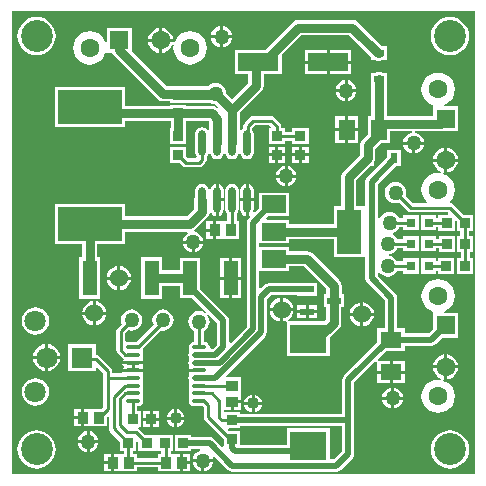
<source format=gtl>
G04*
G04 #@! TF.GenerationSoftware,Altium Limited,Altium Designer,19.1.8 (144)*
G04*
G04 Layer_Physical_Order=1*
G04 Layer_Color=255*
%FSLAX25Y25*%
%MOIN*%
G70*
G01*
G75*
%ADD11C,0.01000*%
%ADD14R,0.21260X0.11417*%
%ADD15R,0.03347X0.03347*%
%ADD16R,0.11575X0.14094*%
%ADD17O,0.04921X0.01378*%
%ADD18O,0.02362X0.08661*%
%ADD19R,0.03543X0.03937*%
%ADD20R,0.04921X0.11417*%
%ADD21R,0.04921X0.11811*%
%ADD22R,0.03347X0.03347*%
%ADD23R,0.03937X0.03543*%
%ADD24R,0.12205X0.09646*%
%ADD25R,0.04528X0.02362*%
%ADD26R,0.07087X0.05512*%
%ADD27R,0.07874X0.14961*%
%ADD28R,0.07874X0.05906*%
%ADD29R,0.02480X0.03268*%
%ADD30R,0.05512X0.07087*%
%ADD31R,0.03268X0.02480*%
%ADD32R,0.13583X0.06102*%
%ADD33R,0.03150X0.03150*%
%ADD61C,0.02000*%
%ADD62C,0.03000*%
%ADD63C,0.06299*%
%ADD64R,0.06299X0.06299*%
%ADD65R,0.06299X0.06299*%
%ADD66C,0.07087*%
%ADD67R,0.07087X0.07087*%
%ADD68C,0.10630*%
%ADD69C,0.04000*%
%ADD70C,0.06000*%
%ADD71C,0.05000*%
%ADD72C,0.02362*%
G36*
X155951Y-155951D02*
X1529D01*
Y-1529D01*
X155951D01*
Y-155951D01*
D02*
G37*
%LPC*%
G36*
X72000Y-6536D02*
Y-9500D01*
X74964D01*
X74910Y-9086D01*
X74557Y-8235D01*
X73996Y-7504D01*
X73265Y-6943D01*
X72414Y-6590D01*
X72000Y-6536D01*
D02*
G37*
G36*
X71000D02*
X70586Y-6590D01*
X69735Y-6943D01*
X69004Y-7504D01*
X68443Y-8235D01*
X68090Y-9086D01*
X68036Y-9500D01*
X71000D01*
Y-6536D01*
D02*
G37*
G36*
X51681Y-7180D02*
Y-10799D01*
X55301D01*
X55224Y-10216D01*
X54806Y-9206D01*
X54141Y-8340D01*
X53274Y-7675D01*
X52264Y-7256D01*
X51681Y-7180D01*
D02*
G37*
G36*
X50681D02*
X50098Y-7256D01*
X49088Y-7675D01*
X48222Y-8340D01*
X47556Y-9206D01*
X47138Y-10216D01*
X47061Y-10799D01*
X50681D01*
Y-7180D01*
D02*
G37*
G36*
X61024Y-8204D02*
X59581Y-8394D01*
X58236Y-8951D01*
X57081Y-9837D01*
X56195Y-10992D01*
X55779Y-11997D01*
X55292Y-11867D01*
X55301Y-11799D01*
X51681D01*
Y-15419D01*
X52264Y-15342D01*
X53274Y-14924D01*
X54141Y-14259D01*
X54806Y-13392D01*
X55083Y-12722D01*
X55570Y-12853D01*
X55448Y-13780D01*
X55638Y-15223D01*
X56195Y-16567D01*
X57081Y-17722D01*
X58236Y-18608D01*
X59581Y-19165D01*
X61024Y-19355D01*
X62467Y-19165D01*
X63811Y-18608D01*
X64966Y-17722D01*
X65852Y-16567D01*
X66409Y-15223D01*
X66599Y-13780D01*
X66409Y-12336D01*
X65852Y-10992D01*
X64966Y-9837D01*
X63811Y-8951D01*
X62467Y-8394D01*
X61024Y-8204D01*
D02*
G37*
G36*
X74964Y-10500D02*
X72000D01*
Y-13464D01*
X72414Y-13410D01*
X73265Y-13057D01*
X73996Y-12496D01*
X74557Y-11765D01*
X74910Y-10914D01*
X74964Y-10500D01*
D02*
G37*
G36*
X71000D02*
X68036D01*
X68090Y-10914D01*
X68443Y-11765D01*
X69004Y-12496D01*
X69735Y-13057D01*
X70586Y-13410D01*
X71000Y-13464D01*
Y-10500D01*
D02*
G37*
G36*
X50681Y-11799D02*
X47061D01*
X47138Y-12382D01*
X47556Y-13392D01*
X48222Y-14259D01*
X49088Y-14924D01*
X50098Y-15342D01*
X50681Y-15419D01*
Y-11799D01*
D02*
G37*
G36*
X147638Y-3497D02*
X146400Y-3619D01*
X145210Y-3980D01*
X144112Y-4566D01*
X143151Y-5356D01*
X142362Y-6317D01*
X141775Y-7414D01*
X141414Y-8605D01*
X141292Y-9843D01*
X141414Y-11080D01*
X141775Y-12271D01*
X142362Y-13368D01*
X143151Y-14330D01*
X144112Y-15119D01*
X145210Y-15705D01*
X146400Y-16066D01*
X147638Y-16188D01*
X148876Y-16066D01*
X150066Y-15705D01*
X151163Y-15119D01*
X152125Y-14330D01*
X152914Y-13368D01*
X153500Y-12271D01*
X153861Y-11080D01*
X153983Y-9843D01*
X153861Y-8605D01*
X153500Y-7414D01*
X152914Y-6317D01*
X152125Y-5356D01*
X151163Y-4566D01*
X150066Y-3980D01*
X148876Y-3619D01*
X147638Y-3497D01*
D02*
G37*
G36*
X9843D02*
X8605Y-3619D01*
X7414Y-3980D01*
X6317Y-4566D01*
X5356Y-5356D01*
X4566Y-6317D01*
X3980Y-7414D01*
X3619Y-8605D01*
X3497Y-9843D01*
X3619Y-11080D01*
X3980Y-12271D01*
X4566Y-13368D01*
X5356Y-14330D01*
X6317Y-15119D01*
X7414Y-15705D01*
X8605Y-16066D01*
X9843Y-16188D01*
X11080Y-16066D01*
X12271Y-15705D01*
X13368Y-15119D01*
X14330Y-14330D01*
X15119Y-13368D01*
X15705Y-12271D01*
X16066Y-11080D01*
X16188Y-9843D01*
X16066Y-8605D01*
X15705Y-7414D01*
X15119Y-6317D01*
X14330Y-5356D01*
X13368Y-4566D01*
X12271Y-3980D01*
X11080Y-3619D01*
X9843Y-3497D01*
D02*
G37*
G36*
X114791Y-14449D02*
X107500D01*
Y-18000D01*
X114791D01*
Y-14449D01*
D02*
G37*
G36*
X106500D02*
X99209D01*
Y-18000D01*
X106500D01*
Y-14449D01*
D02*
G37*
G36*
X114791Y-19000D02*
X107500D01*
Y-22551D01*
X114791D01*
Y-19000D01*
D02*
G37*
G36*
X106500D02*
X99209D01*
Y-22551D01*
X106500D01*
Y-19000D01*
D02*
G37*
G36*
X113500Y-24536D02*
Y-27500D01*
X116464D01*
X116410Y-27086D01*
X116057Y-26235D01*
X115496Y-25504D01*
X114765Y-24943D01*
X113914Y-24590D01*
X113500Y-24536D01*
D02*
G37*
G36*
X112500D02*
X112086Y-24590D01*
X111235Y-24943D01*
X110504Y-25504D01*
X109943Y-26235D01*
X109590Y-27086D01*
X109536Y-27500D01*
X112500D01*
Y-24536D01*
D02*
G37*
G36*
X115106Y-4451D02*
X97000D01*
X96025Y-4645D01*
X95198Y-5198D01*
X85946Y-14449D01*
X75980D01*
Y-22551D01*
X80451D01*
Y-25444D01*
X75000Y-30895D01*
X73019Y-28914D01*
X72910Y-28086D01*
X72557Y-27235D01*
X71996Y-26504D01*
X71265Y-25943D01*
X70414Y-25590D01*
X69500Y-25470D01*
X68586Y-25590D01*
X67735Y-25943D01*
X67072Y-26451D01*
X53056D01*
X41551Y-14946D01*
Y-7150D01*
X33252D01*
Y-11773D01*
X32752Y-11872D01*
X32387Y-10992D01*
X31501Y-9837D01*
X30347Y-8951D01*
X29002Y-8394D01*
X27559Y-8204D01*
X26116Y-8394D01*
X24771Y-8951D01*
X23617Y-9837D01*
X22731Y-10992D01*
X22174Y-12336D01*
X21984Y-13780D01*
X22174Y-15223D01*
X22731Y-16567D01*
X23617Y-17722D01*
X24771Y-18608D01*
X26116Y-19165D01*
X27559Y-19355D01*
X29002Y-19165D01*
X30347Y-18608D01*
X31501Y-17722D01*
X32387Y-16567D01*
X32801Y-15568D01*
X33252Y-15449D01*
X33392Y-15449D01*
X35095D01*
X35599Y-16204D01*
X50198Y-30802D01*
X51025Y-31355D01*
X52000Y-31549D01*
X54413D01*
Y-32201D01*
X59760D01*
Y-32076D01*
X67782D01*
X68586Y-32410D01*
X69414Y-32519D01*
X70275Y-33380D01*
X69956Y-33768D01*
X69218Y-33275D01*
X68243Y-33081D01*
X59760D01*
Y-32957D01*
X54413D01*
Y-33081D01*
X39189D01*
Y-26756D01*
X15929D01*
Y-40173D01*
X39189D01*
Y-38179D01*
X54413D01*
Y-38303D01*
X54538D01*
Y-40634D01*
X54413D01*
Y-45980D01*
X59760D01*
Y-40634D01*
X59636D01*
Y-38303D01*
X59760D01*
Y-38179D01*
X67187D01*
X67451Y-38443D01*
Y-41244D01*
X66951Y-41396D01*
X66572Y-40829D01*
X65851Y-40347D01*
X65000Y-40178D01*
X64149Y-40347D01*
X63428Y-40829D01*
X62945Y-41550D01*
X62776Y-42402D01*
Y-48701D01*
X62945Y-49552D01*
X63225Y-49971D01*
X62958Y-50471D01*
X60311D01*
X59760Y-49920D01*
Y-46736D01*
X54413D01*
Y-52083D01*
X57597D01*
X58596Y-53081D01*
X59092Y-53413D01*
X59677Y-53529D01*
X64000D01*
X64585Y-53413D01*
X65081Y-53081D01*
X66081Y-52081D01*
X66413Y-51585D01*
X66529Y-51000D01*
Y-50302D01*
X66572Y-50273D01*
X67054Y-49552D01*
X67224Y-48701D01*
Y-47354D01*
X67724Y-47108D01*
X67776Y-47148D01*
Y-48701D01*
X67945Y-49552D01*
X68427Y-50273D01*
X69149Y-50755D01*
X70000Y-50925D01*
X70851Y-50755D01*
X71573Y-50273D01*
X72054Y-49552D01*
X72224Y-48701D01*
Y-46723D01*
X72776D01*
Y-48701D01*
X72945Y-49552D01*
X73427Y-50273D01*
X74149Y-50755D01*
X75000Y-50925D01*
X75851Y-50755D01*
X76573Y-50273D01*
X77055Y-49552D01*
X77224Y-48701D01*
Y-47148D01*
X77276Y-47108D01*
X77776Y-47354D01*
Y-48701D01*
X77946Y-49552D01*
X78427Y-50273D01*
X79149Y-50755D01*
X80000Y-50925D01*
X80851Y-50755D01*
X81573Y-50273D01*
X82055Y-49552D01*
X82224Y-48701D01*
Y-42402D01*
X82055Y-41550D01*
X81790Y-41155D01*
Y-40373D01*
X82634Y-39529D01*
X87366D01*
X87940Y-40102D01*
X87732Y-40602D01*
X87283D01*
Y-45949D01*
X92630D01*
Y-44805D01*
X95157D01*
Y-45949D01*
X100504D01*
Y-40602D01*
X95157D01*
Y-41746D01*
X92630D01*
Y-40602D01*
X91486D01*
Y-39957D01*
X91370Y-39371D01*
X91038Y-38875D01*
X89081Y-36919D01*
X88585Y-36587D01*
X88000Y-36471D01*
X82000D01*
X81415Y-36587D01*
X80919Y-36919D01*
X79179Y-38658D01*
X78848Y-39154D01*
X78731Y-39739D01*
Y-40626D01*
X78427Y-40829D01*
X78049Y-41396D01*
X77549Y-41244D01*
Y-35556D01*
X84802Y-28302D01*
X85355Y-27476D01*
X85549Y-26500D01*
Y-22551D01*
X91563D01*
Y-16042D01*
X98056Y-9549D01*
X114050D01*
X121366Y-16865D01*
Y-17740D01*
X122459D01*
X122631Y-17855D01*
X123606Y-18049D01*
X124000D01*
X124976Y-17855D01*
X125147Y-17740D01*
X126634D01*
Y-13260D01*
X125147D01*
X124976Y-13145D01*
X124827Y-13115D01*
X116909Y-5198D01*
X116082Y-4645D01*
X115106Y-4451D01*
D02*
G37*
G36*
X116464Y-28500D02*
X113500D01*
Y-31464D01*
X113914Y-31410D01*
X114765Y-31057D01*
X115496Y-30496D01*
X116057Y-29765D01*
X116410Y-28914D01*
X116464Y-28500D01*
D02*
G37*
G36*
X112500D02*
X109536D01*
X109590Y-28914D01*
X109943Y-29765D01*
X110504Y-30496D01*
X111235Y-31057D01*
X112086Y-31410D01*
X112500Y-31464D01*
Y-28500D01*
D02*
G37*
G36*
X116929Y-36457D02*
X113673D01*
Y-40500D01*
X116929D01*
Y-36457D01*
D02*
G37*
G36*
X112673D02*
X109417D01*
Y-40500D01*
X112673D01*
Y-36457D01*
D02*
G37*
G36*
X124000Y-21731D02*
X123024Y-21925D01*
X122853Y-22039D01*
X121366D01*
Y-26520D01*
X121451D01*
Y-36457D01*
X120244D01*
Y-42651D01*
X118418Y-44477D01*
X117866Y-45304D01*
X117672Y-46279D01*
Y-49444D01*
X112099Y-55016D01*
X111547Y-55844D01*
X111353Y-56819D01*
Y-66520D01*
X108965D01*
Y-72451D01*
X94035D01*
Y-71047D01*
X86549D01*
X86358Y-70585D01*
X87045Y-69898D01*
X94035D01*
Y-61992D01*
X84161D01*
Y-67014D01*
X82632Y-68543D01*
X82086Y-68433D01*
X82064Y-68405D01*
X82224Y-67598D01*
Y-64949D01*
X80500D01*
Y-69723D01*
X80806Y-69662D01*
X80835Y-69685D01*
X80944Y-70231D01*
X80558Y-70617D01*
X80116Y-71279D01*
X79961Y-72059D01*
Y-106655D01*
X74501Y-112115D01*
X74039Y-111924D01*
Y-104500D01*
X73884Y-103720D01*
X73442Y-103058D01*
X64461Y-94077D01*
Y-83791D01*
X57539D01*
Y-87912D01*
X51689D01*
Y-83646D01*
X44768D01*
Y-97457D01*
X51689D01*
Y-93010D01*
X57539D01*
Y-97209D01*
X61825D01*
X66468Y-101852D01*
X66138Y-102229D01*
X65765Y-101943D01*
X64914Y-101590D01*
X64000Y-101470D01*
X63086Y-101590D01*
X62235Y-101943D01*
X61504Y-102504D01*
X60943Y-103235D01*
X60590Y-104086D01*
X60470Y-105000D01*
X60590Y-105914D01*
X60943Y-106765D01*
X61504Y-107496D01*
X62235Y-108057D01*
X62471Y-108155D01*
Y-111821D01*
X62350D01*
X61691Y-111952D01*
X61133Y-112326D01*
X60759Y-112884D01*
X60715Y-113106D01*
X60563Y-113543D01*
D01*
X60563D01*
Y-113543D01*
X60611Y-115273D01*
Y-115274D01*
X60563Y-115517D01*
Y-115517D01*
X60461Y-116030D01*
D01*
X60616Y-116810D01*
Y-117881D01*
X60563Y-118149D01*
D01*
X60461Y-118661D01*
X60563Y-119174D01*
Y-119174D01*
X60616Y-119442D01*
X60616Y-120418D01*
X60759Y-120562D01*
X60728Y-120721D01*
X64122D01*
Y-121721D01*
X60728D01*
X60728Y-121720D01*
X60728Y-121721D01*
Y-121721D01*
X60713Y-122582D01*
X60616Y-122999D01*
X60563Y-123264D01*
X60461Y-123779D01*
X60616Y-124560D01*
X60678Y-124652D01*
X60651Y-126225D01*
X60628Y-126339D01*
X60647Y-126434D01*
X60563Y-131391D01*
D01*
Y-131391D01*
X60563D01*
D01*
X60703Y-131833D01*
X60759Y-132116D01*
X61133Y-132674D01*
X61691Y-133048D01*
X62350Y-133179D01*
X65351D01*
X65553Y-133381D01*
Y-136783D01*
X65670Y-137368D01*
X66001Y-137864D01*
X72327Y-144190D01*
Y-146175D01*
X72327Y-146233D01*
X71853Y-146700D01*
X71683Y-146699D01*
X69042Y-144058D01*
X68380Y-143616D01*
X67600Y-143461D01*
X61276D01*
Y-142827D01*
X55929D01*
Y-148173D01*
X61276D01*
Y-147539D01*
X64168D01*
X64268Y-148039D01*
X63535Y-148343D01*
X62804Y-148904D01*
X62243Y-149635D01*
X61890Y-150486D01*
X61836Y-150900D01*
X68764D01*
X68710Y-150486D01*
X68508Y-149999D01*
X68932Y-149716D01*
X73658Y-154442D01*
X74320Y-154884D01*
X75100Y-155039D01*
X109800D01*
X110580Y-154884D01*
X111242Y-154442D01*
X115206Y-150478D01*
X115648Y-149817D01*
X115803Y-149036D01*
Y-137898D01*
Y-125294D01*
X122957Y-118140D01*
X123457Y-118347D01*
X123457Y-118448D01*
X123457Y-118448D01*
X123457Y-118456D01*
Y-121327D01*
X127500D01*
Y-118071D01*
X123842Y-118071D01*
X123834D01*
X123834D01*
X123733Y-118071D01*
X123661Y-117898D01*
X123526Y-117571D01*
X126340Y-114756D01*
X132543D01*
Y-113039D01*
X141480D01*
X142261Y-112884D01*
X142922Y-112442D01*
X144915Y-110449D01*
X150331D01*
Y-102150D01*
X145708D01*
X145608Y-101650D01*
X146488Y-101285D01*
X147643Y-100399D01*
X148529Y-99244D01*
X149086Y-97900D01*
X149276Y-96457D01*
X149086Y-95014D01*
X148529Y-93669D01*
X147643Y-92514D01*
X146488Y-91628D01*
X145144Y-91071D01*
X143701Y-90881D01*
X142258Y-91071D01*
X140913Y-91628D01*
X139759Y-92514D01*
X138873Y-93669D01*
X138315Y-95014D01*
X138126Y-96457D01*
X138315Y-97900D01*
X138873Y-99244D01*
X139759Y-100399D01*
X140913Y-101285D01*
X141912Y-101699D01*
X142032Y-102150D01*
X142032Y-102289D01*
Y-107565D01*
X140636Y-108961D01*
X132543D01*
Y-107244D01*
X130039D01*
Y-97065D01*
X129884Y-96285D01*
X129442Y-95623D01*
X123539Y-89721D01*
Y-88544D01*
X124039Y-88391D01*
X124504Y-88996D01*
X125235Y-89557D01*
X126086Y-89910D01*
X127000Y-90030D01*
X127914Y-89910D01*
X128765Y-89557D01*
X129496Y-88996D01*
X130057Y-88265D01*
X130155Y-88029D01*
X132020D01*
Y-89075D01*
X137169D01*
Y-83925D01*
X132020D01*
Y-84971D01*
X130155D01*
X130057Y-84735D01*
X129496Y-84004D01*
X128765Y-83443D01*
X127914Y-83090D01*
X127254Y-83003D01*
X127246Y-83002D01*
Y-82498D01*
X127254Y-82497D01*
X127914Y-82410D01*
X128765Y-82057D01*
X129496Y-81496D01*
X130057Y-80765D01*
X130155Y-80529D01*
X132020D01*
Y-81575D01*
X137169D01*
Y-76425D01*
X132020D01*
Y-77471D01*
X130155D01*
X130057Y-77235D01*
X129496Y-76504D01*
X128765Y-75943D01*
X128594Y-75872D01*
X128600Y-75333D01*
X129265Y-75057D01*
X129996Y-74496D01*
X130557Y-73765D01*
X130655Y-73529D01*
X132020D01*
Y-74575D01*
X137169D01*
Y-69425D01*
X132020D01*
Y-70471D01*
X130655D01*
X130557Y-70235D01*
X129996Y-69504D01*
X129265Y-68943D01*
X128414Y-68590D01*
X127500Y-68470D01*
X126586Y-68590D01*
X125735Y-68943D01*
X125004Y-69504D01*
X124443Y-70235D01*
X124090Y-71086D01*
X124039Y-71473D01*
X123539Y-71440D01*
Y-59238D01*
X129644Y-53134D01*
X131240D01*
Y-47866D01*
X126760D01*
Y-50250D01*
X120058Y-56952D01*
X119616Y-57613D01*
X119461Y-58394D01*
Y-90565D01*
X119616Y-91346D01*
X120058Y-92007D01*
X125961Y-97910D01*
Y-107244D01*
X123457D01*
Y-111872D01*
X112322Y-123007D01*
X111880Y-123669D01*
X111725Y-124449D01*
Y-135859D01*
X77673D01*
Y-135224D01*
X72329D01*
Y-134429D01*
X74500D01*
Y-131658D01*
X75000D01*
Y-131158D01*
X77969D01*
Y-129114D01*
Y-123571D01*
X73143D01*
X72952Y-123109D01*
X86042Y-110019D01*
X86042Y-110019D01*
X86484Y-109357D01*
X86639Y-108577D01*
Y-97745D01*
X88085Y-96299D01*
X96807D01*
Y-96441D01*
X103335D01*
Y-92079D01*
X96807D01*
Y-92221D01*
X87240D01*
X86460Y-92376D01*
X85798Y-92818D01*
X84501Y-94115D01*
X84039Y-93924D01*
Y-88457D01*
X84161Y-88008D01*
X84539Y-88008D01*
X94035D01*
Y-86604D01*
X98999D01*
X106451Y-94056D01*
Y-95819D01*
X105665D01*
Y-100181D01*
X106380D01*
Y-104295D01*
X105712Y-104962D01*
X93897D01*
X93558Y-104518D01*
X93559Y-104462D01*
X94353Y-103853D01*
X94994Y-103017D01*
X95397Y-102044D01*
X95469Y-101500D01*
X92000D01*
Y-104969D01*
X92544Y-104897D01*
X92776Y-104801D01*
X93182Y-105024D01*
X93298Y-105126D01*
X93298Y-105215D01*
Y-116608D01*
X107502D01*
Y-110382D01*
X110731Y-107153D01*
X111284Y-106326D01*
X111478Y-105350D01*
Y-100181D01*
X112193D01*
Y-95819D01*
X111549D01*
Y-93000D01*
X111355Y-92024D01*
X110802Y-91198D01*
X101857Y-82253D01*
X101031Y-81700D01*
X100055Y-81506D01*
X94035D01*
Y-80102D01*
X84539D01*
X84161Y-80102D01*
X84039Y-79653D01*
Y-79402D01*
X84161Y-78953D01*
X94035D01*
Y-77549D01*
X108965D01*
Y-83480D01*
X118839D01*
Y-66520D01*
X116451D01*
Y-57875D01*
X121191Y-53134D01*
X122461D01*
Y-51647D01*
X122575Y-51476D01*
X122769Y-50500D01*
Y-47335D01*
X124562Y-45543D01*
X127756D01*
Y-41549D01*
X134866D01*
X134899Y-42049D01*
X134586Y-42090D01*
X133735Y-42443D01*
X133004Y-43004D01*
X132443Y-43735D01*
X132090Y-44586D01*
X132036Y-45000D01*
X138964D01*
X138910Y-44586D01*
X138557Y-43735D01*
X137996Y-43004D01*
X137265Y-42443D01*
X136414Y-42090D01*
X136101Y-42049D01*
X136134Y-41549D01*
X142032D01*
Y-41551D01*
X150331D01*
Y-33252D01*
X145708D01*
X145608Y-32752D01*
X146488Y-32387D01*
X147643Y-31501D01*
X148529Y-30347D01*
X149086Y-29002D01*
X149276Y-27559D01*
X149086Y-26116D01*
X148529Y-24771D01*
X147643Y-23617D01*
X146488Y-22731D01*
X145144Y-22174D01*
X143701Y-21984D01*
X142258Y-22174D01*
X140913Y-22731D01*
X139759Y-23617D01*
X138873Y-24771D01*
X138315Y-26116D01*
X138126Y-27559D01*
X138315Y-29002D01*
X138873Y-30347D01*
X139759Y-31501D01*
X140913Y-32387D01*
X141912Y-32801D01*
X142032Y-33252D01*
X142032Y-33392D01*
Y-36451D01*
X126549D01*
Y-26520D01*
X126634D01*
Y-22039D01*
X125147D01*
X124976Y-21925D01*
X124000Y-21731D01*
D02*
G37*
G36*
X116929Y-41500D02*
X113673D01*
Y-45543D01*
X116929D01*
Y-41500D01*
D02*
G37*
G36*
X112673D02*
X109417D01*
Y-45543D01*
X112673D01*
Y-41500D01*
D02*
G37*
G36*
X100504Y-46705D02*
X98331D01*
Y-48878D01*
X100504D01*
Y-46705D01*
D02*
G37*
G36*
X97331D02*
X95157D01*
Y-48878D01*
X97331D01*
Y-46705D01*
D02*
G37*
G36*
X92630D02*
X90457D01*
Y-48878D01*
X92630D01*
Y-46705D01*
D02*
G37*
G36*
X89457D02*
X87283D01*
Y-48878D01*
X89457D01*
Y-46705D01*
D02*
G37*
G36*
X138964Y-46000D02*
X136000D01*
Y-48964D01*
X136414Y-48910D01*
X137265Y-48557D01*
X137996Y-47996D01*
X138557Y-47265D01*
X138910Y-46414D01*
X138964Y-46000D01*
D02*
G37*
G36*
X135000D02*
X132036D01*
X132090Y-46414D01*
X132443Y-47265D01*
X133004Y-47996D01*
X133735Y-48557D01*
X134586Y-48910D01*
X135000Y-48964D01*
Y-46000D01*
D02*
G37*
G36*
X146681Y-47061D02*
Y-50681D01*
X150301D01*
X150224Y-50098D01*
X149806Y-49088D01*
X149141Y-48222D01*
X148274Y-47556D01*
X147264Y-47138D01*
X146681Y-47061D01*
D02*
G37*
G36*
X145681D02*
X145098Y-47138D01*
X144088Y-47556D01*
X143222Y-48222D01*
X142556Y-49088D01*
X142138Y-50098D01*
X142061Y-50681D01*
X145681D01*
Y-47061D01*
D02*
G37*
G36*
X100504Y-49878D02*
X98331D01*
Y-52051D01*
X100504D01*
Y-49878D01*
D02*
G37*
G36*
X97331D02*
X95157D01*
Y-52051D01*
X97331D01*
Y-49878D01*
D02*
G37*
G36*
X92630D02*
X90457D01*
Y-52051D01*
X92630D01*
Y-49878D01*
D02*
G37*
G36*
X89457D02*
X87283D01*
Y-52051D01*
X89457D01*
Y-49878D01*
D02*
G37*
G36*
X150301Y-51681D02*
X146681D01*
Y-55301D01*
X147264Y-55224D01*
X148274Y-54806D01*
X149141Y-54141D01*
X149806Y-53274D01*
X150224Y-52264D01*
X150301Y-51681D01*
D02*
G37*
G36*
X145681D02*
X142061D01*
X142138Y-52264D01*
X142556Y-53274D01*
X143222Y-54141D01*
X144088Y-54806D01*
X144758Y-55083D01*
X144628Y-55570D01*
X143701Y-55448D01*
X142258Y-55638D01*
X140913Y-56195D01*
X139759Y-57081D01*
X138873Y-58236D01*
X138315Y-59581D01*
X138126Y-61024D01*
X138315Y-62467D01*
X138873Y-63811D01*
X139759Y-64966D01*
X139866Y-65048D01*
X139705Y-65522D01*
X135185D01*
X132812Y-63149D01*
X132910Y-62914D01*
X133030Y-62000D01*
X132910Y-61086D01*
X132557Y-60235D01*
X131996Y-59504D01*
X131265Y-58943D01*
X130414Y-58590D01*
X129500Y-58470D01*
X128586Y-58590D01*
X127735Y-58943D01*
X127004Y-59504D01*
X126443Y-60235D01*
X126090Y-61086D01*
X125970Y-62000D01*
X126090Y-62914D01*
X126443Y-63765D01*
X127004Y-64496D01*
X127735Y-65057D01*
X128586Y-65410D01*
X129500Y-65530D01*
X130414Y-65410D01*
X130649Y-65312D01*
X133470Y-68133D01*
X133966Y-68464D01*
X134551Y-68581D01*
X146935D01*
X147140Y-68838D01*
X146923Y-69327D01*
X143827D01*
Y-70471D01*
X143075D01*
Y-69425D01*
X137925D01*
Y-74575D01*
X143075D01*
Y-73529D01*
X143827D01*
Y-74673D01*
X149173D01*
Y-71542D01*
X149650Y-71331D01*
X149929Y-71555D01*
Y-74673D01*
X151073D01*
Y-76328D01*
X150024D01*
Y-81674D01*
X151168D01*
Y-83828D01*
X149921D01*
Y-89174D01*
X155268D01*
Y-83828D01*
X154226D01*
Y-81674D01*
X155370D01*
Y-76328D01*
X154132D01*
Y-74673D01*
X155276D01*
Y-69327D01*
X152092D01*
X148735Y-65970D01*
X148239Y-65638D01*
X147722Y-65535D01*
X147533Y-65167D01*
X147502Y-65074D01*
X147643Y-64966D01*
X148529Y-63811D01*
X149086Y-62467D01*
X149276Y-61024D01*
X149086Y-59581D01*
X148529Y-58236D01*
X147643Y-57081D01*
X146488Y-56195D01*
X145483Y-55779D01*
X145614Y-55292D01*
X145681Y-55301D01*
Y-51681D01*
D02*
G37*
G36*
X93500Y-53036D02*
Y-56000D01*
X96464D01*
X96410Y-55586D01*
X96057Y-54735D01*
X95496Y-54004D01*
X94765Y-53443D01*
X93914Y-53090D01*
X93500Y-53036D01*
D02*
G37*
G36*
X92500D02*
X92086Y-53090D01*
X91235Y-53443D01*
X90504Y-54004D01*
X89943Y-54735D01*
X89590Y-55586D01*
X89536Y-56000D01*
X92500D01*
Y-53036D01*
D02*
G37*
G36*
X96464Y-57000D02*
X93500D01*
Y-59964D01*
X93914Y-59910D01*
X94765Y-59557D01*
X95496Y-58996D01*
X96057Y-58265D01*
X96410Y-57414D01*
X96464Y-57000D01*
D02*
G37*
G36*
X92500D02*
X89536D01*
X89590Y-57414D01*
X89943Y-58265D01*
X90504Y-58996D01*
X91235Y-59557D01*
X92086Y-59910D01*
X92500Y-59964D01*
Y-57000D01*
D02*
G37*
G36*
X80500Y-59175D02*
Y-63949D01*
X82224D01*
Y-61299D01*
X82055Y-60448D01*
X81573Y-59727D01*
X80851Y-59245D01*
X80500Y-59175D01*
D02*
G37*
G36*
X70500D02*
Y-63949D01*
X72224D01*
Y-61299D01*
X72054Y-60448D01*
X71573Y-59727D01*
X70851Y-59245D01*
X70500Y-59175D01*
D02*
G37*
G36*
X79500D02*
X79149Y-59245D01*
X78427Y-59727D01*
X77946Y-60448D01*
X77776Y-61299D01*
Y-63949D01*
X79500D01*
Y-59175D01*
D02*
G37*
G36*
X72224Y-64949D02*
X70500D01*
Y-69723D01*
X70851Y-69653D01*
X71573Y-69171D01*
X72054Y-68449D01*
X72224Y-67598D01*
Y-64949D01*
D02*
G37*
G36*
X79500D02*
X77776D01*
Y-67598D01*
X77946Y-68449D01*
X78427Y-69171D01*
X79149Y-69653D01*
X79500Y-69723D01*
Y-64949D01*
D02*
G37*
G36*
X65000Y-59075D02*
X64149Y-59245D01*
X63428Y-59727D01*
X62945Y-60448D01*
X62776Y-61299D01*
Y-63277D01*
X62645Y-63473D01*
X62451Y-64449D01*
Y-67444D01*
X60003Y-69892D01*
X39189D01*
Y-65732D01*
X15929D01*
Y-79150D01*
X25010D01*
Y-83646D01*
X24098D01*
Y-97457D01*
X31020D01*
Y-83646D01*
X30108D01*
Y-79150D01*
X39189D01*
Y-74990D01*
X60034D01*
X60159Y-75271D01*
X60173Y-75490D01*
X59504Y-76004D01*
X58943Y-76735D01*
X58590Y-77586D01*
X58536Y-78000D01*
X65464D01*
X65410Y-77586D01*
X65057Y-76735D01*
X64496Y-76004D01*
X63765Y-75443D01*
X62914Y-75090D01*
X62563Y-75044D01*
X62442Y-74524D01*
X62862Y-74243D01*
X66802Y-70302D01*
X67355Y-69476D01*
X67517Y-68662D01*
X68037Y-68587D01*
X68427Y-69171D01*
X69149Y-69653D01*
X69500Y-69723D01*
Y-64449D01*
Y-59175D01*
X69149Y-59245D01*
X68427Y-59727D01*
X67945Y-60448D01*
X67776Y-61299D01*
Y-62646D01*
X67276Y-62892D01*
X67224Y-62852D01*
Y-61299D01*
X67054Y-60448D01*
X66572Y-59727D01*
X65851Y-59245D01*
X65000Y-59075D01*
D02*
G37*
G36*
X68685Y-71531D02*
X66413D01*
Y-74000D01*
X68685D01*
Y-71531D01*
D02*
G37*
G36*
X75000Y-59075D02*
X74149Y-59245D01*
X73427Y-59727D01*
X72945Y-60448D01*
X72776Y-61299D01*
Y-67598D01*
X72945Y-68449D01*
X73427Y-69171D01*
X73471Y-69200D01*
Y-71531D01*
X69685D01*
Y-74500D01*
Y-77469D01*
X77272D01*
Y-71531D01*
X76529D01*
Y-69200D01*
X76573Y-69171D01*
X77055Y-68449D01*
X77224Y-67598D01*
Y-61299D01*
X77055Y-60448D01*
X76573Y-59727D01*
X75851Y-59245D01*
X75000Y-59075D01*
D02*
G37*
G36*
X68685Y-75000D02*
X66413D01*
Y-77469D01*
X68685D01*
Y-75000D01*
D02*
G37*
G36*
X149268Y-76328D02*
X143921D01*
Y-77472D01*
X143075D01*
Y-76425D01*
X137925D01*
Y-81575D01*
X143075D01*
Y-80530D01*
X143921D01*
Y-81674D01*
X149268D01*
Y-76328D01*
D02*
G37*
G36*
X65464Y-79000D02*
X62500D01*
Y-81964D01*
X62914Y-81910D01*
X63765Y-81557D01*
X64496Y-80996D01*
X65057Y-80265D01*
X65410Y-79414D01*
X65464Y-79000D01*
D02*
G37*
G36*
X61500D02*
X58536D01*
X58590Y-79414D01*
X58943Y-80265D01*
X59504Y-80996D01*
X60235Y-81557D01*
X61086Y-81910D01*
X61500Y-81964D01*
Y-79000D01*
D02*
G37*
G36*
X149165Y-83828D02*
X143819D01*
Y-84971D01*
X143075D01*
Y-83925D01*
X137925D01*
Y-89075D01*
X143075D01*
Y-88029D01*
X143819D01*
Y-89174D01*
X149165D01*
Y-83828D01*
D02*
G37*
G36*
X78043Y-83791D02*
X75083D01*
Y-90000D01*
X78043D01*
Y-83791D01*
D02*
G37*
G36*
X37800Y-86531D02*
Y-90000D01*
X41269D01*
X41197Y-89456D01*
X40794Y-88483D01*
X40153Y-87647D01*
X39317Y-87006D01*
X38344Y-86603D01*
X37800Y-86531D01*
D02*
G37*
G36*
X36800D02*
X36256Y-86603D01*
X35283Y-87006D01*
X34447Y-87647D01*
X33806Y-88483D01*
X33403Y-89456D01*
X33331Y-90000D01*
X36800D01*
Y-86531D01*
D02*
G37*
G36*
X74083Y-83791D02*
X71122D01*
Y-90000D01*
X74083D01*
Y-83791D01*
D02*
G37*
G36*
X41269Y-91000D02*
X37800D01*
Y-94469D01*
X38344Y-94397D01*
X39317Y-93994D01*
X40153Y-93353D01*
X40794Y-92517D01*
X41197Y-91544D01*
X41269Y-91000D01*
D02*
G37*
G36*
X36800D02*
X33331D01*
X33403Y-91544D01*
X33806Y-92517D01*
X34447Y-93353D01*
X35283Y-93994D01*
X36256Y-94397D01*
X36800Y-94469D01*
Y-91000D01*
D02*
G37*
G36*
X78043D02*
X75083D01*
Y-97209D01*
X78043D01*
Y-91000D01*
D02*
G37*
G36*
X74083D02*
X71122D01*
Y-97209D01*
X74083D01*
Y-91000D01*
D02*
G37*
G36*
X92000Y-97031D02*
Y-100500D01*
X95469D01*
X95397Y-99956D01*
X94994Y-98983D01*
X94353Y-98147D01*
X93517Y-97506D01*
X92544Y-97103D01*
X92000Y-97031D01*
D02*
G37*
G36*
X91000D02*
X90456Y-97103D01*
X89483Y-97506D01*
X88647Y-98147D01*
X88006Y-98983D01*
X87603Y-99956D01*
X87531Y-100500D01*
X91000D01*
Y-97031D01*
D02*
G37*
G36*
X103335Y-99559D02*
X100571D01*
Y-101240D01*
X103335D01*
Y-99559D01*
D02*
G37*
G36*
X99571D02*
X96807D01*
Y-101240D01*
X99571D01*
Y-99559D01*
D02*
G37*
G36*
X29600Y-98231D02*
Y-101700D01*
X33069D01*
X32997Y-101156D01*
X32594Y-100183D01*
X31953Y-99347D01*
X31117Y-98706D01*
X30144Y-98303D01*
X29600Y-98231D01*
D02*
G37*
G36*
X28600D02*
X28056Y-98303D01*
X27083Y-98706D01*
X26247Y-99347D01*
X25606Y-100183D01*
X25203Y-101156D01*
X25131Y-101700D01*
X28600D01*
Y-98231D01*
D02*
G37*
G36*
X118800Y-98631D02*
Y-102100D01*
X122269D01*
X122197Y-101556D01*
X121794Y-100583D01*
X121153Y-99747D01*
X120317Y-99106D01*
X119344Y-98703D01*
X118800Y-98631D01*
D02*
G37*
G36*
X117800D02*
X117256Y-98703D01*
X116283Y-99106D01*
X115447Y-99747D01*
X114806Y-100583D01*
X114403Y-101556D01*
X114331Y-102100D01*
X117800D01*
Y-98631D01*
D02*
G37*
G36*
X103335Y-102240D02*
X100571D01*
Y-103921D01*
X103335D01*
Y-102240D01*
D02*
G37*
G36*
X99571D02*
X96807D01*
Y-103921D01*
X99571D01*
Y-102240D01*
D02*
G37*
G36*
X91000Y-101500D02*
X87531D01*
X87603Y-102044D01*
X88006Y-103017D01*
X88647Y-103853D01*
X89483Y-104494D01*
X90456Y-104897D01*
X91000Y-104969D01*
Y-101500D01*
D02*
G37*
G36*
X33069Y-102700D02*
X29600D01*
Y-106169D01*
X30144Y-106097D01*
X31117Y-105694D01*
X31953Y-105053D01*
X32594Y-104217D01*
X32997Y-103244D01*
X33069Y-102700D01*
D02*
G37*
G36*
X28600D02*
X25131D01*
X25203Y-103244D01*
X25606Y-104217D01*
X26247Y-105053D01*
X27083Y-105694D01*
X28056Y-106097D01*
X28600Y-106169D01*
Y-102700D01*
D02*
G37*
G36*
X122269Y-103100D02*
X118800D01*
Y-106569D01*
X119344Y-106497D01*
X120317Y-106094D01*
X121153Y-105453D01*
X121794Y-104617D01*
X122197Y-103644D01*
X122269Y-103100D01*
D02*
G37*
G36*
X117800D02*
X114331D01*
X114403Y-103644D01*
X114806Y-104617D01*
X115447Y-105453D01*
X116283Y-106094D01*
X117256Y-106497D01*
X117800Y-106569D01*
Y-103100D01*
D02*
G37*
G36*
X52000Y-100970D02*
X51086Y-101090D01*
X50235Y-101443D01*
X49504Y-102004D01*
X48943Y-102735D01*
X48590Y-103586D01*
X48470Y-104500D01*
X48590Y-105414D01*
X48862Y-106071D01*
X43112Y-111821D01*
X40106D01*
X39947Y-111853D01*
X39447Y-111443D01*
Y-108716D01*
X40351Y-107812D01*
X40586Y-107910D01*
X41500Y-108030D01*
X42414Y-107910D01*
X43265Y-107557D01*
X43996Y-106996D01*
X44557Y-106265D01*
X44910Y-105414D01*
X45030Y-104500D01*
X44910Y-103586D01*
X44557Y-102735D01*
X43996Y-102004D01*
X43265Y-101443D01*
X42414Y-101090D01*
X41500Y-100970D01*
X40586Y-101090D01*
X39735Y-101443D01*
X39004Y-102004D01*
X38443Y-102735D01*
X38090Y-103586D01*
X37970Y-104500D01*
X38090Y-105414D01*
X38188Y-105649D01*
X36836Y-107001D01*
X36504Y-107497D01*
X36388Y-108083D01*
Y-114450D01*
X36504Y-115035D01*
X36836Y-115532D01*
X38416Y-117112D01*
X38889Y-117427D01*
Y-117444D01*
X38515Y-118002D01*
X38484Y-118161D01*
X41878D01*
X45272D01*
X45272Y-118161D01*
X45272Y-118161D01*
X45272Y-118160D01*
D01*
Y-116603D01*
X45272Y-116602D01*
X45372Y-116102D01*
X45272Y-115602D01*
D01*
X45272Y-115602D01*
D01*
X45272Y-114234D01*
Y-114234D01*
Y-114171D01*
X45322Y-114121D01*
X45464Y-113796D01*
X45465Y-113795D01*
X51319Y-107940D01*
X52000Y-108030D01*
X52914Y-107910D01*
X53765Y-107557D01*
X54496Y-106996D01*
X55057Y-106265D01*
X55410Y-105414D01*
X55530Y-104500D01*
X55410Y-103586D01*
X55057Y-102735D01*
X54496Y-102004D01*
X53765Y-101443D01*
X52914Y-101090D01*
X52000Y-100970D01*
D02*
G37*
G36*
X9488Y-100213D02*
X8302Y-100369D01*
X7197Y-100827D01*
X6248Y-101555D01*
X5520Y-102504D01*
X5062Y-103609D01*
X4906Y-104795D01*
X5062Y-105981D01*
X5520Y-107087D01*
X6248Y-108036D01*
X7197Y-108764D01*
X8302Y-109222D01*
X9488Y-109378D01*
X10674Y-109222D01*
X11779Y-108764D01*
X12729Y-108036D01*
X13457Y-107087D01*
X13915Y-105981D01*
X14071Y-104795D01*
X13915Y-103609D01*
X13457Y-102504D01*
X12729Y-101555D01*
X11779Y-100827D01*
X10674Y-100369D01*
X9488Y-100213D01*
D02*
G37*
G36*
X13689Y-112483D02*
Y-116500D01*
X17706D01*
X17615Y-115814D01*
X17157Y-114709D01*
X16429Y-113760D01*
X15480Y-113031D01*
X14375Y-112574D01*
X13689Y-112483D01*
D02*
G37*
G36*
X12689D02*
X12003Y-112574D01*
X10898Y-113031D01*
X9949Y-113760D01*
X9220Y-114709D01*
X8763Y-115814D01*
X8672Y-116500D01*
X12689D01*
Y-112483D01*
D02*
G37*
G36*
X146681Y-115959D02*
Y-119579D01*
X150301D01*
X150224Y-118995D01*
X149806Y-117986D01*
X149141Y-117119D01*
X148274Y-116454D01*
X147264Y-116036D01*
X146681Y-115959D01*
D02*
G37*
G36*
X145681D02*
X145098Y-116036D01*
X144088Y-116454D01*
X143222Y-117119D01*
X142556Y-117986D01*
X142138Y-118995D01*
X142061Y-119579D01*
X145681D01*
Y-115959D01*
D02*
G37*
G36*
X45272Y-119161D02*
X41878D01*
X38484D01*
X38515Y-119320D01*
X38889Y-119879D01*
Y-120003D01*
X38515Y-120562D01*
X38484Y-120721D01*
X41878D01*
X45272D01*
X45272Y-120721D01*
X45272Y-120721D01*
D01*
D01*
X45272Y-120720D01*
Y-119352D01*
X45260Y-119340D01*
X45260Y-119224D01*
X45272Y-119161D01*
D02*
G37*
G36*
X128500Y-118071D02*
Y-121327D01*
X132543D01*
Y-118071D01*
X128500D01*
D02*
G37*
G36*
X17706Y-117500D02*
X13689D01*
Y-121517D01*
X14375Y-121426D01*
X15480Y-120969D01*
X16429Y-120240D01*
X17157Y-119291D01*
X17615Y-118186D01*
X17706Y-117500D01*
D02*
G37*
G36*
X12689D02*
X8672D01*
X8763Y-118186D01*
X9220Y-119291D01*
X9949Y-120240D01*
X10898Y-120969D01*
X12003Y-121426D01*
X12689Y-121517D01*
Y-117500D01*
D02*
G37*
G36*
X59787Y-114453D02*
D01*
X59787Y-122000D01*
X59787D01*
Y-114453D01*
D02*
G37*
G36*
X150301Y-120579D02*
X146681D01*
Y-124198D01*
X147264Y-124121D01*
X148274Y-123703D01*
X149141Y-123038D01*
X149806Y-122171D01*
X150224Y-121162D01*
X150301Y-120579D01*
D02*
G37*
G36*
X145681D02*
X142061D01*
X142138Y-121162D01*
X142556Y-122171D01*
X143222Y-123038D01*
X144088Y-123703D01*
X144758Y-123981D01*
X144628Y-124468D01*
X143701Y-124346D01*
X142258Y-124536D01*
X140913Y-125093D01*
X139759Y-125979D01*
X138873Y-127134D01*
X138315Y-128478D01*
X138126Y-129921D01*
X138315Y-131364D01*
X138873Y-132709D01*
X139759Y-133864D01*
X140913Y-134750D01*
X142258Y-135307D01*
X143701Y-135496D01*
X145144Y-135307D01*
X146488Y-134750D01*
X147643Y-133864D01*
X148529Y-132709D01*
X149086Y-131364D01*
X149276Y-129921D01*
X149086Y-128478D01*
X148529Y-127134D01*
X147643Y-125979D01*
X146488Y-125093D01*
X145483Y-124677D01*
X145614Y-124189D01*
X145681Y-124198D01*
Y-120579D01*
D02*
G37*
G36*
X132543Y-122327D02*
X128500D01*
Y-125583D01*
X132543D01*
Y-122327D01*
D02*
G37*
G36*
X127500D02*
X123457D01*
Y-125583D01*
X127500D01*
Y-122327D01*
D02*
G37*
G36*
X129000Y-127036D02*
Y-130000D01*
X131964D01*
X131910Y-129586D01*
X131557Y-128735D01*
X130996Y-128004D01*
X130265Y-127443D01*
X129414Y-127090D01*
X129000Y-127036D01*
D02*
G37*
G36*
X128000D02*
X127586Y-127090D01*
X126735Y-127443D01*
X126004Y-128004D01*
X125443Y-128735D01*
X125090Y-129586D01*
X125036Y-130000D01*
X128000D01*
Y-127036D01*
D02*
G37*
G36*
X59787Y-123000D02*
X59787D01*
X59787Y-130547D01*
X59787D01*
Y-123000D01*
D02*
G37*
G36*
X82500Y-129340D02*
Y-131800D01*
X84960D01*
X84923Y-131517D01*
X84620Y-130787D01*
X84140Y-130160D01*
X83513Y-129680D01*
X82783Y-129377D01*
X82500Y-129340D01*
D02*
G37*
G36*
X81500D02*
X81217Y-129377D01*
X80487Y-129680D01*
X79860Y-130160D01*
X79379Y-130787D01*
X79077Y-131517D01*
X79040Y-131800D01*
X81500D01*
Y-129340D01*
D02*
G37*
G36*
X9488Y-123835D02*
X8302Y-123991D01*
X7197Y-124449D01*
X6248Y-125177D01*
X5520Y-126126D01*
X5062Y-127231D01*
X4906Y-128417D01*
X5062Y-129603D01*
X5520Y-130709D01*
X6248Y-131658D01*
X7197Y-132386D01*
X8302Y-132844D01*
X9488Y-133000D01*
X10674Y-132844D01*
X11779Y-132386D01*
X12729Y-131658D01*
X13457Y-130709D01*
X13915Y-129603D01*
X14071Y-128417D01*
X13915Y-127231D01*
X13457Y-126126D01*
X12729Y-125177D01*
X11779Y-124449D01*
X10674Y-123991D01*
X9488Y-123835D01*
D02*
G37*
G36*
X131964Y-131000D02*
X129000D01*
Y-133964D01*
X129414Y-133910D01*
X130265Y-133557D01*
X130996Y-132996D01*
X131557Y-132265D01*
X131910Y-131414D01*
X131964Y-131000D01*
D02*
G37*
G36*
X128000D02*
X125036D01*
X125090Y-131414D01*
X125443Y-132265D01*
X126004Y-132996D01*
X126735Y-133557D01*
X127586Y-133910D01*
X128000Y-133964D01*
Y-131000D01*
D02*
G37*
G36*
X77969Y-132158D02*
X75500D01*
Y-134429D01*
X77969D01*
Y-132158D01*
D02*
G37*
G36*
X84960Y-132800D02*
X82500D01*
Y-135260D01*
X82783Y-135223D01*
X83513Y-134921D01*
X84140Y-134440D01*
X84620Y-133813D01*
X84923Y-133083D01*
X84960Y-132800D01*
D02*
G37*
G36*
X81500D02*
X79040D01*
X79077Y-133083D01*
X79379Y-133813D01*
X79860Y-134440D01*
X80487Y-134921D01*
X81217Y-135223D01*
X81500Y-135260D01*
Y-132800D01*
D02*
G37*
G36*
X24685Y-134031D02*
X22413D01*
Y-136500D01*
X24685D01*
Y-134031D01*
D02*
G37*
G36*
X56700Y-134240D02*
Y-136700D01*
X59160D01*
X59123Y-136417D01*
X58820Y-135687D01*
X58340Y-135060D01*
X57713Y-134580D01*
X56983Y-134277D01*
X56700Y-134240D01*
D02*
G37*
G36*
X55700D02*
X55417Y-134277D01*
X54687Y-134580D01*
X54060Y-135060D01*
X53579Y-135687D01*
X53277Y-136417D01*
X53240Y-136700D01*
X55700D01*
Y-134240D01*
D02*
G37*
G36*
X50776Y-134827D02*
X48602D01*
Y-137000D01*
X50776D01*
Y-134827D01*
D02*
G37*
G36*
X47602D02*
X45429D01*
Y-137000D01*
X47602D01*
Y-134827D01*
D02*
G37*
G36*
X24685Y-137500D02*
X22413D01*
Y-139969D01*
X24685D01*
Y-137500D01*
D02*
G37*
G36*
X59160Y-137700D02*
X56700D01*
Y-140160D01*
X56983Y-140123D01*
X57713Y-139821D01*
X58340Y-139340D01*
X58820Y-138713D01*
X59123Y-137983D01*
X59160Y-137700D01*
D02*
G37*
G36*
X55700D02*
X53240D01*
X53277Y-137983D01*
X53579Y-138713D01*
X54060Y-139340D01*
X54687Y-139821D01*
X55417Y-140123D01*
X55700Y-140160D01*
Y-137700D01*
D02*
G37*
G36*
X50776Y-138000D02*
X48602D01*
Y-140173D01*
X50776D01*
Y-138000D01*
D02*
G37*
G36*
X47602D02*
X45429D01*
Y-140173D01*
X47602D01*
Y-138000D01*
D02*
G37*
G36*
X27500Y-141536D02*
Y-144500D01*
X30464D01*
X30410Y-144086D01*
X30057Y-143235D01*
X29496Y-142504D01*
X28765Y-141943D01*
X27914Y-141590D01*
X27500Y-141536D01*
D02*
G37*
G36*
X26500D02*
X26086Y-141590D01*
X25235Y-141943D01*
X24504Y-142504D01*
X23943Y-143235D01*
X23590Y-144086D01*
X23536Y-144500D01*
X26500D01*
Y-141536D01*
D02*
G37*
G36*
X30464Y-145500D02*
X27500D01*
Y-148464D01*
X27914Y-148410D01*
X28765Y-148057D01*
X29496Y-147496D01*
X30057Y-146765D01*
X30410Y-145914D01*
X30464Y-145500D01*
D02*
G37*
G36*
X26500D02*
X23536D01*
X23590Y-145914D01*
X23943Y-146765D01*
X24504Y-147496D01*
X25235Y-148057D01*
X26086Y-148410D01*
X26500Y-148464D01*
Y-145500D01*
D02*
G37*
G36*
X61087Y-149031D02*
X58815D01*
Y-151500D01*
X61087D01*
Y-149031D01*
D02*
G37*
G36*
X34685D02*
X32413D01*
Y-151500D01*
X34685D01*
Y-149031D01*
D02*
G37*
G36*
X147638Y-141292D02*
X146400Y-141414D01*
X145210Y-141775D01*
X144112Y-142362D01*
X143151Y-143151D01*
X142362Y-144112D01*
X141775Y-145210D01*
X141414Y-146400D01*
X141292Y-147638D01*
X141414Y-148876D01*
X141775Y-150066D01*
X142362Y-151163D01*
X143151Y-152125D01*
X144112Y-152914D01*
X145210Y-153500D01*
X146400Y-153861D01*
X147638Y-153983D01*
X148876Y-153861D01*
X150066Y-153500D01*
X151163Y-152914D01*
X152125Y-152125D01*
X152914Y-151163D01*
X153500Y-150066D01*
X153861Y-148876D01*
X153983Y-147638D01*
X153861Y-146400D01*
X153500Y-145210D01*
X152914Y-144112D01*
X152125Y-143151D01*
X151163Y-142362D01*
X150066Y-141775D01*
X148876Y-141414D01*
X147638Y-141292D01*
D02*
G37*
G36*
X9843D02*
X8605Y-141414D01*
X7414Y-141775D01*
X6317Y-142362D01*
X5356Y-143151D01*
X4566Y-144112D01*
X3980Y-145210D01*
X3619Y-146400D01*
X3497Y-147638D01*
X3619Y-148876D01*
X3980Y-150066D01*
X4566Y-151163D01*
X5356Y-152125D01*
X6317Y-152914D01*
X7414Y-153500D01*
X8605Y-153861D01*
X9843Y-153983D01*
X11080Y-153861D01*
X12271Y-153500D01*
X13368Y-152914D01*
X14330Y-152125D01*
X15119Y-151163D01*
X15705Y-150066D01*
X16066Y-148876D01*
X16188Y-147638D01*
X16066Y-146400D01*
X15705Y-145210D01*
X15119Y-144112D01*
X14330Y-143151D01*
X13368Y-142362D01*
X12271Y-141775D01*
X11080Y-141414D01*
X9843Y-141292D01*
D02*
G37*
G36*
X68764Y-151900D02*
X65800D01*
Y-154864D01*
X66214Y-154810D01*
X67065Y-154457D01*
X67796Y-153896D01*
X68357Y-153165D01*
X68710Y-152314D01*
X68764Y-151900D01*
D02*
G37*
G36*
X64800D02*
X61836D01*
X61890Y-152314D01*
X62243Y-153165D01*
X62804Y-153896D01*
X63535Y-154457D01*
X64386Y-154810D01*
X64800Y-154864D01*
Y-151900D01*
D02*
G37*
G36*
X61087Y-152500D02*
X58815D01*
Y-154969D01*
X61087D01*
Y-152500D01*
D02*
G37*
G36*
X29543Y-112457D02*
X20457D01*
Y-121543D01*
X29543D01*
Y-120360D01*
X30005Y-120168D01*
X31971Y-122134D01*
Y-124000D01*
Y-133367D01*
X31306Y-134031D01*
X25685D01*
Y-137000D01*
Y-139969D01*
X33272D01*
Y-136571D01*
X33471Y-136418D01*
X33971Y-136665D01*
Y-140602D01*
X34087Y-141188D01*
X34419Y-141684D01*
X37724Y-144990D01*
Y-148173D01*
X38868D01*
Y-149031D01*
X35685D01*
Y-152000D01*
Y-154969D01*
X43272D01*
Y-153529D01*
X50228D01*
Y-154969D01*
X57815D01*
Y-152000D01*
Y-149031D01*
X54529D01*
Y-148173D01*
X55173D01*
Y-142827D01*
X49827D01*
Y-148173D01*
X51471D01*
Y-149031D01*
X50228D01*
Y-150471D01*
X43272D01*
Y-149031D01*
X41927D01*
Y-148173D01*
X43071D01*
Y-145042D01*
X43548Y-144831D01*
X43827Y-145055D01*
Y-148173D01*
X49173D01*
Y-142827D01*
X45990D01*
X43995Y-140832D01*
X43757Y-140673D01*
X43909Y-140173D01*
X44673D01*
Y-134827D01*
X43407D01*
Y-133179D01*
X43650D01*
X44309Y-133048D01*
X44867Y-132674D01*
X45241Y-132116D01*
X45372Y-131457D01*
X45371Y-131391D01*
X45361Y-130709D01*
X45339Y-129062D01*
X45372Y-128898D01*
X45334Y-128709D01*
X45306Y-126668D01*
D01*
X45372Y-126339D01*
X45349Y-126225D01*
X45296Y-125960D01*
X45281Y-124844D01*
D01*
X45273Y-124274D01*
X45279Y-124246D01*
X45372Y-123779D01*
X45275Y-123295D01*
Y-123295D01*
X45259Y-123212D01*
X45259Y-123212D01*
X45244Y-122101D01*
X45270Y-121835D01*
X45269Y-121735D01*
X45272Y-121721D01*
X41878D01*
X38484D01*
X38490Y-121750D01*
X38207Y-122250D01*
X35029D01*
Y-121500D01*
X34913Y-120915D01*
X34581Y-120419D01*
X30581Y-116419D01*
X30085Y-116087D01*
X29543Y-115979D01*
Y-112457D01*
D02*
G37*
G36*
X34685Y-152500D02*
X32413D01*
Y-154969D01*
X34685D01*
Y-152500D01*
D02*
G37*
%LPD*%
G36*
X69961Y-105345D02*
Y-112655D01*
X68625Y-113991D01*
X67921D01*
X67604Y-113604D01*
X67616Y-113543D01*
X67485Y-112884D01*
X67111Y-112326D01*
X66553Y-111952D01*
X65894Y-111821D01*
X65529D01*
Y-108155D01*
X65765Y-108057D01*
X66496Y-107496D01*
X67057Y-106765D01*
X67410Y-105914D01*
X67530Y-105000D01*
X67410Y-104086D01*
X67057Y-103235D01*
X66771Y-102862D01*
X67148Y-102532D01*
X69961Y-105345D01*
D02*
G37*
G36*
X111725Y-148192D02*
X108955Y-150961D01*
X107502D01*
Y-140592D01*
X93298D01*
Y-146091D01*
X77673D01*
Y-141327D01*
X73855D01*
X73631Y-141048D01*
X73842Y-140571D01*
X77673D01*
Y-139937D01*
X111725D01*
Y-148192D01*
D02*
G37*
D11*
X75000Y-144700D02*
X75700D01*
X67083Y-136783D02*
X75000Y-144700D01*
X67083Y-136783D02*
Y-132748D01*
X75000Y-144000D02*
X75700Y-144700D01*
X68298Y-128898D02*
X70800Y-131400D01*
Y-137000D02*
Y-131400D01*
Y-137000D02*
X71698Y-137898D01*
X64122Y-128898D02*
X68298D01*
X71698Y-137898D02*
X75000D01*
X58957Y-90461D02*
X60917Y-88500D01*
X65791Y-131457D02*
X67083Y-132748D01*
X64122Y-131457D02*
X65791D01*
X129500Y-62000D02*
X134551Y-67051D01*
X64122Y-116102D02*
X64194Y-116030D01*
X64000Y-113421D02*
Y-105000D01*
X37917Y-108083D02*
X41500Y-104500D01*
X37917Y-114450D02*
Y-108083D01*
X43553Y-113543D02*
X52000Y-105096D01*
Y-104500D01*
X89957Y-43276D02*
Y-39957D01*
X88000Y-38000D02*
X89957Y-39957D01*
X82000Y-38000D02*
X88000D01*
X65000Y-51000D02*
Y-45551D01*
X64000Y-52000D02*
X65000Y-51000D01*
X59677Y-52000D02*
X64000D01*
X57087Y-49409D02*
X59677Y-52000D01*
X134551Y-67051D02*
X147653D01*
X152602Y-72000D01*
X152594Y-86501D02*
X152697Y-86399D01*
Y-79001D01*
X152602Y-78907D02*
X152697Y-79001D01*
X152602Y-78907D02*
Y-72000D01*
X41878Y-113543D02*
X43553D01*
X127500Y-72000D02*
X134595D01*
X64122Y-126339D02*
X74161D01*
X74500Y-126000D01*
X52500Y-145500D02*
X53000Y-146000D01*
Y-152000D02*
Y-146000D01*
X40500Y-152000D02*
X53000D01*
X40398Y-151898D02*
X40500Y-152000D01*
X40398Y-151898D02*
Y-145500D01*
X25500Y-117500D02*
X29500D01*
X25000Y-117000D02*
X25500Y-117500D01*
X33500Y-124000D02*
Y-121500D01*
Y-134000D02*
Y-124000D01*
X33720Y-123779D01*
X41878D01*
X29500Y-117500D02*
X33500Y-121500D01*
X35500Y-140602D02*
X40398Y-145500D01*
X35500Y-140602D02*
Y-130139D01*
X39228Y-126411D01*
X41806D01*
X41878Y-126339D01*
X30500Y-137000D02*
X33500Y-134000D01*
X37500Y-130967D02*
X39497Y-128970D01*
X37500Y-139500D02*
Y-130967D01*
Y-139500D02*
X39913Y-141913D01*
X42913D01*
X46500Y-145500D01*
X39497Y-128970D02*
X41806D01*
X41878Y-128898D01*
Y-137378D02*
Y-131457D01*
Y-137378D02*
X42000Y-137500D01*
X41878Y-121221D02*
Y-118661D01*
X64000Y-113421D02*
X64122Y-113543D01*
X127000Y-79000D02*
X133736D01*
X134165Y-79429D01*
X134595Y-79000D01*
X127000Y-86500D02*
X133453D01*
X134024Y-85929D01*
X134595Y-86500D01*
X146491D02*
X146492Y-86501D01*
X140500Y-86500D02*
X146491D01*
X140500Y-79000D02*
X140501Y-79001D01*
X146595D01*
X140500Y-72000D02*
X146500D01*
X89957Y-43276D02*
X97831D01*
X80261Y-39739D02*
X82000Y-38000D01*
X80261Y-45290D02*
Y-39739D01*
X80000Y-45551D02*
X80261Y-45290D01*
X74500Y-74500D02*
X75000Y-74000D01*
Y-64449D01*
X48228Y-90551D02*
X48319Y-90461D01*
X37917Y-114450D02*
X39497Y-116030D01*
X41806D01*
X41878Y-116102D01*
D14*
X27559Y-72441D02*
D03*
Y-33465D02*
D03*
D15*
X57087Y-29528D02*
D03*
Y-35630D02*
D03*
Y-49409D02*
D03*
Y-43307D02*
D03*
X75000Y-144000D02*
D03*
Y-137898D02*
D03*
X89957Y-43276D02*
D03*
Y-49378D02*
D03*
X97831Y-43276D02*
D03*
Y-49378D02*
D03*
D16*
X53000Y-122500D02*
D03*
D17*
X64122Y-131457D02*
D03*
Y-128898D02*
D03*
Y-126339D02*
D03*
Y-123779D02*
D03*
Y-121221D02*
D03*
Y-118661D02*
D03*
Y-116102D02*
D03*
Y-113543D02*
D03*
X41878Y-131457D02*
D03*
Y-128898D02*
D03*
Y-126339D02*
D03*
Y-123779D02*
D03*
Y-121221D02*
D03*
Y-118661D02*
D03*
Y-116102D02*
D03*
Y-113543D02*
D03*
D18*
X65000Y-64449D02*
D03*
X70000D02*
D03*
X75000D02*
D03*
X80000D02*
D03*
X65000Y-45551D02*
D03*
X70000D02*
D03*
X75000D02*
D03*
X80000D02*
D03*
D19*
X69185Y-74500D02*
D03*
X74500D02*
D03*
X25185Y-137000D02*
D03*
X30500D02*
D03*
X58315Y-152000D02*
D03*
X53000D02*
D03*
X35185D02*
D03*
X40500D02*
D03*
D20*
X61000Y-90500D02*
D03*
X74583D02*
D03*
D21*
X27559Y-90551D02*
D03*
X48228D02*
D03*
D22*
X48102Y-137500D02*
D03*
X42000D02*
D03*
X52500Y-145500D02*
D03*
X58602D02*
D03*
X152602Y-72000D02*
D03*
X146500D02*
D03*
X152697Y-79001D02*
D03*
X146595D02*
D03*
X152594Y-86501D02*
D03*
X146492D02*
D03*
X46500Y-145500D02*
D03*
X40398D02*
D03*
D23*
X75000Y-131658D02*
D03*
Y-126342D02*
D03*
D24*
X100400Y-110785D02*
D03*
Y-146415D02*
D03*
D25*
X100071Y-94260D02*
D03*
Y-101740D02*
D03*
X108929Y-98000D02*
D03*
D26*
X128000Y-111000D02*
D03*
Y-121827D02*
D03*
D27*
X113902Y-75000D02*
D03*
D28*
X89098Y-84055D02*
D03*
Y-75000D02*
D03*
Y-65945D02*
D03*
D29*
X120220Y-50500D02*
D03*
X129000D02*
D03*
D30*
X124000Y-41000D02*
D03*
X113173D02*
D03*
D31*
X124000Y-24280D02*
D03*
Y-15500D02*
D03*
D32*
X83772Y-18500D02*
D03*
X107000D02*
D03*
D33*
X140500Y-79000D02*
D03*
X134595D02*
D03*
X140500Y-72000D02*
D03*
X134595D02*
D03*
X140500Y-86500D02*
D03*
X134595D02*
D03*
D61*
X76130Y-148130D02*
X100500D01*
X75000Y-144700D02*
Y-144000D01*
Y-147000D02*
Y-144700D01*
Y-137898D02*
X113764D01*
Y-124449D01*
X127213Y-111000D02*
X128000Y-110213D01*
X113764Y-149036D02*
Y-137898D01*
X75100Y-153000D02*
X109800D01*
X67600Y-145500D02*
X75100Y-153000D01*
X58602Y-145500D02*
X67600D01*
X109800Y-153000D02*
X113764Y-149036D01*
Y-124449D02*
X127213Y-111000D01*
X62500Y-116030D02*
X64194D01*
X69470D02*
X72000Y-113500D01*
X64194Y-116030D02*
X69470D01*
X75000Y-147000D02*
X76130Y-148130D01*
X69397Y-123779D02*
X84600Y-108577D01*
X64122Y-123779D02*
X69397D01*
X121500Y-58394D02*
X129000Y-50894D01*
X121500Y-90565D02*
Y-58394D01*
Y-90565D02*
X128000Y-97065D01*
X87240Y-94260D02*
X100071D01*
X84600Y-96900D02*
X87240Y-94260D01*
X84600Y-108577D02*
Y-96900D01*
X82000Y-107500D02*
Y-72059D01*
X70839Y-118661D02*
X82000Y-107500D01*
X64122Y-118661D02*
X70839D01*
X62500D02*
X64122D01*
X72000Y-113500D02*
Y-104500D01*
X61000Y-93500D02*
X72000Y-104500D01*
X62500Y-123779D02*
X64122D01*
X61000Y-93500D02*
Y-90500D01*
X128000Y-110213D02*
Y-97065D01*
X129000Y-50894D02*
Y-50500D01*
X127213Y-111000D02*
X128000D01*
X141480D02*
X146181Y-106299D01*
X128000Y-111000D02*
X141480D01*
X58500Y-145398D02*
X58602Y-145500D01*
X82000Y-72059D02*
X88114Y-65945D01*
X89098D01*
D62*
X123500Y-40500D02*
X124000Y-40000D01*
X113902Y-56819D02*
X120220Y-50500D01*
X113902Y-75000D02*
Y-56819D01*
X57087Y-29000D02*
X69500D01*
X144583Y-39000D02*
X146181Y-37402D01*
X125000Y-39000D02*
X144583D01*
X124000Y-40000D02*
X125000Y-39000D01*
X70000Y-45551D02*
Y-37387D01*
X57087Y-43307D02*
Y-35630D01*
X60555D02*
X63804D01*
X68243D01*
X57087D02*
X60555D01*
X68243D02*
X70000Y-37387D01*
X124000Y-42500D02*
Y-41000D01*
X120220Y-46279D02*
X124000Y-42500D01*
X120220Y-50500D02*
Y-46279D01*
X123500Y-40500D02*
X124000Y-41000D01*
X83000Y-26500D02*
Y-20000D01*
X75000Y-34500D02*
X83000Y-26500D01*
X82272Y-20000D02*
X83000D01*
X57087Y-29528D02*
X70028D01*
X52000Y-29000D02*
X57087D01*
X75000Y-45551D02*
Y-34500D01*
X82272Y-20000D02*
X83772Y-18500D01*
X70028Y-29528D02*
X75000Y-34500D01*
X37402Y-14402D02*
X52000Y-29000D01*
X97000Y-7000D02*
X115106D01*
X85500Y-18500D02*
X97000Y-7000D01*
X83772Y-18500D02*
X85500D01*
X57087Y-29528D02*
X57087D01*
X37402Y-14402D02*
Y-11299D01*
X124000Y-40000D02*
Y-24280D01*
X108929Y-105350D02*
Y-98000D01*
X101779Y-112500D02*
X108929Y-105350D01*
X100500Y-112500D02*
X101779D01*
X109000Y-97929D02*
Y-93000D01*
X108929Y-98000D02*
X109000Y-97929D01*
X100055Y-84055D02*
X109000Y-93000D01*
X89098Y-84055D02*
X100055D01*
X89098Y-75000D02*
X113902D01*
X115106Y-7000D02*
X123606Y-15500D01*
X124000D01*
X65000Y-68500D02*
Y-64449D01*
X61059Y-72441D02*
X65000Y-68500D01*
X27559Y-72441D02*
X61059D01*
X48319Y-90461D02*
X58957D01*
X27559Y-90551D02*
Y-72441D01*
Y-33465D02*
X29724Y-35630D01*
X57087D01*
D63*
X143701Y-61024D02*
D03*
Y-27559D02*
D03*
X146181Y-51181D02*
D03*
X61024Y-13780D02*
D03*
X27559D02*
D03*
X51181Y-11299D02*
D03*
X143701Y-129921D02*
D03*
Y-96457D02*
D03*
X146181Y-120079D02*
D03*
D64*
Y-37402D02*
D03*
Y-106299D02*
D03*
D65*
X37402Y-11299D02*
D03*
D66*
X9488Y-104795D02*
D03*
Y-128417D02*
D03*
X13189Y-117000D02*
D03*
D67*
X25000D02*
D03*
D68*
X9843Y-9843D02*
D03*
X147638D02*
D03*
Y-147638D02*
D03*
X9843D02*
D03*
D69*
X82000Y-132300D02*
D03*
X56200Y-137200D02*
D03*
D70*
X118300Y-102600D02*
D03*
X29100Y-102200D02*
D03*
X37300Y-90500D02*
D03*
X91500Y-101000D02*
D03*
D71*
X129500Y-62000D02*
D03*
X64000Y-105000D02*
D03*
X52000Y-104500D02*
D03*
X41500D02*
D03*
X135500Y-45500D02*
D03*
X62000Y-78500D02*
D03*
X113000Y-28000D02*
D03*
X93000Y-56500D02*
D03*
X128500Y-130500D02*
D03*
X65300Y-151400D02*
D03*
X27000Y-145000D02*
D03*
X69500Y-29000D02*
D03*
X127500Y-72000D02*
D03*
X127000Y-79000D02*
D03*
Y-86500D02*
D03*
X71500Y-10000D02*
D03*
D72*
X57331Y-126831D02*
D03*
X53000D02*
D03*
X48669D02*
D03*
X57331Y-122500D02*
D03*
X53000D02*
D03*
X48669D02*
D03*
X57331Y-118169D02*
D03*
X53000D02*
D03*
X48669D02*
D03*
M02*

</source>
